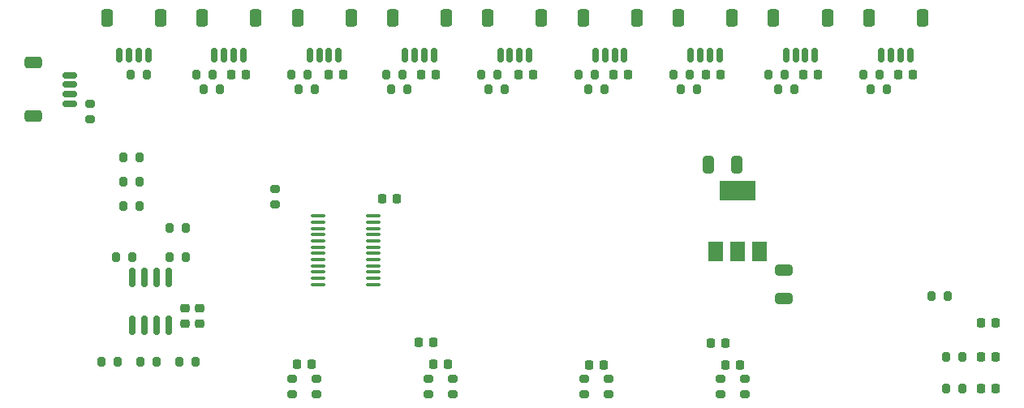
<source format=gtp>
G04 #@! TF.GenerationSoftware,KiCad,Pcbnew,(6.0.0)*
G04 #@! TF.CreationDate,2022-12-27T21:52:24-05:00*
G04 #@! TF.ProjectId,rp2040 rs485 scale breakout,72703230-3430-4207-9273-343835207363,rev?*
G04 #@! TF.SameCoordinates,Original*
G04 #@! TF.FileFunction,Paste,Top*
G04 #@! TF.FilePolarity,Positive*
%FSLAX46Y46*%
G04 Gerber Fmt 4.6, Leading zero omitted, Abs format (unit mm)*
G04 Created by KiCad (PCBNEW (6.0.0)) date 2022-12-27 21:52:24*
%MOMM*%
%LPD*%
G01*
G04 APERTURE LIST*
G04 Aperture macros list*
%AMRoundRect*
0 Rectangle with rounded corners*
0 $1 Rounding radius*
0 $2 $3 $4 $5 $6 $7 $8 $9 X,Y pos of 4 corners*
0 Add a 4 corners polygon primitive as box body*
4,1,4,$2,$3,$4,$5,$6,$7,$8,$9,$2,$3,0*
0 Add four circle primitives for the rounded corners*
1,1,$1+$1,$2,$3*
1,1,$1+$1,$4,$5*
1,1,$1+$1,$6,$7*
1,1,$1+$1,$8,$9*
0 Add four rect primitives between the rounded corners*
20,1,$1+$1,$2,$3,$4,$5,0*
20,1,$1+$1,$4,$5,$6,$7,0*
20,1,$1+$1,$6,$7,$8,$9,0*
20,1,$1+$1,$8,$9,$2,$3,0*%
G04 Aperture macros list end*
%ADD10R,3.800000X2.000000*%
%ADD11R,1.500000X2.000000*%
%ADD12RoundRect,0.200000X-0.200000X-0.275000X0.200000X-0.275000X0.200000X0.275000X-0.200000X0.275000X0*%
%ADD13RoundRect,0.218750X0.218750X0.256250X-0.218750X0.256250X-0.218750X-0.256250X0.218750X-0.256250X0*%
%ADD14RoundRect,0.250000X0.325000X0.650000X-0.325000X0.650000X-0.325000X-0.650000X0.325000X-0.650000X0*%
%ADD15RoundRect,0.250000X-0.650000X0.325000X-0.650000X-0.325000X0.650000X-0.325000X0.650000X0.325000X0*%
%ADD16RoundRect,0.200000X0.275000X-0.200000X0.275000X0.200000X-0.275000X0.200000X-0.275000X-0.200000X0*%
%ADD17RoundRect,0.200000X0.200000X0.275000X-0.200000X0.275000X-0.200000X-0.275000X0.200000X-0.275000X0*%
%ADD18RoundRect,0.150000X0.150000X0.625000X-0.150000X0.625000X-0.150000X-0.625000X0.150000X-0.625000X0*%
%ADD19RoundRect,0.250000X0.350000X0.650000X-0.350000X0.650000X-0.350000X-0.650000X0.350000X-0.650000X0*%
%ADD20RoundRect,0.225000X-0.225000X-0.250000X0.225000X-0.250000X0.225000X0.250000X-0.225000X0.250000X0*%
%ADD21RoundRect,0.225000X0.225000X0.250000X-0.225000X0.250000X-0.225000X-0.250000X0.225000X-0.250000X0*%
%ADD22RoundRect,0.150000X-0.150000X0.825000X-0.150000X-0.825000X0.150000X-0.825000X0.150000X0.825000X0*%
%ADD23RoundRect,0.225000X0.250000X-0.225000X0.250000X0.225000X-0.250000X0.225000X-0.250000X-0.225000X0*%
%ADD24RoundRect,0.100000X-0.637500X-0.100000X0.637500X-0.100000X0.637500X0.100000X-0.637500X0.100000X0*%
%ADD25RoundRect,0.200000X-0.275000X0.200000X-0.275000X-0.200000X0.275000X-0.200000X0.275000X0.200000X0*%
%ADD26RoundRect,0.150000X-0.625000X0.150000X-0.625000X-0.150000X0.625000X-0.150000X0.625000X0.150000X0*%
%ADD27RoundRect,0.250000X-0.650000X0.350000X-0.650000X-0.350000X0.650000X-0.350000X0.650000X0.350000X0*%
G04 APERTURE END LIST*
D10*
X212344000Y-110134000D03*
D11*
X212344000Y-116434000D03*
X214644000Y-116434000D03*
X210044000Y-116434000D03*
D12*
X232601000Y-121158000D03*
X234251000Y-121158000D03*
X234125000Y-127508000D03*
X235775000Y-127508000D03*
X234125000Y-130810000D03*
X235775000Y-130810000D03*
D13*
X239293500Y-123952000D03*
X237718500Y-123952000D03*
X239293500Y-127508000D03*
X237718500Y-127508000D03*
X239293500Y-130810000D03*
X237718500Y-130810000D03*
D14*
X212295000Y-107442000D03*
X209345000Y-107442000D03*
D15*
X217170000Y-118413000D03*
X217170000Y-121363000D03*
D16*
X213106000Y-131394000D03*
X213106000Y-129744000D03*
D12*
X148273000Y-106680000D03*
X149923000Y-106680000D03*
D16*
X210566000Y-131394000D03*
X210566000Y-129744000D03*
D17*
X147637000Y-128016000D03*
X145987000Y-128016000D03*
D16*
X198882000Y-131394000D03*
X198882000Y-129744000D03*
X196342000Y-131394000D03*
X196342000Y-129744000D03*
D18*
X170727500Y-95980000D03*
X169727500Y-95980000D03*
X168727500Y-95980000D03*
X167727500Y-95980000D03*
D19*
X172027500Y-92105000D03*
X166427500Y-92105000D03*
D20*
X189471000Y-98044000D03*
X191021000Y-98044000D03*
D12*
X185611000Y-98044000D03*
X187261000Y-98044000D03*
D20*
X169659000Y-98044000D03*
X171209000Y-98044000D03*
D12*
X156655000Y-99568000D03*
X158305000Y-99568000D03*
D21*
X211087000Y-125997000D03*
X209537000Y-125997000D03*
D16*
X182626000Y-131381000D03*
X182626000Y-129731000D03*
D18*
X190603000Y-95980000D03*
X189603000Y-95980000D03*
X188603000Y-95980000D03*
X187603000Y-95980000D03*
D19*
X186303000Y-92105000D03*
X191903000Y-92105000D03*
D21*
X167907000Y-128270000D03*
X166357000Y-128270000D03*
D12*
X166561000Y-99568000D03*
X168211000Y-99568000D03*
D22*
X153035000Y-119191000D03*
X151765000Y-119191000D03*
X150495000Y-119191000D03*
X149225000Y-119191000D03*
X149225000Y-124141000D03*
X150495000Y-124141000D03*
X151765000Y-124141000D03*
X153035000Y-124141000D03*
D20*
X229095000Y-98044000D03*
X230645000Y-98044000D03*
D17*
X151701000Y-128016000D03*
X150051000Y-128016000D03*
D23*
X154686000Y-123965000D03*
X154686000Y-122415000D03*
D18*
X230354000Y-95980000D03*
X229354000Y-95980000D03*
X228354000Y-95980000D03*
X227354000Y-95980000D03*
D19*
X226054000Y-92105000D03*
X231654000Y-92105000D03*
D12*
X206439000Y-99568000D03*
X208089000Y-99568000D03*
X165799000Y-98044000D03*
X167449000Y-98044000D03*
X196787000Y-99568000D03*
X198437000Y-99568000D03*
X195771000Y-98044000D03*
X197421000Y-98044000D03*
D20*
X159499000Y-98044000D03*
X161049000Y-98044000D03*
D24*
X168587500Y-112757000D03*
X168587500Y-113407000D03*
X168587500Y-114057000D03*
X168587500Y-114707000D03*
X168587500Y-115357000D03*
X168587500Y-116007000D03*
X168587500Y-116657000D03*
X168587500Y-117307000D03*
X168587500Y-117957000D03*
X168587500Y-118607000D03*
X168587500Y-119257000D03*
X168587500Y-119907000D03*
X174312500Y-119907000D03*
X174312500Y-119257000D03*
X174312500Y-118607000D03*
X174312500Y-117957000D03*
X174312500Y-117307000D03*
X174312500Y-116657000D03*
X174312500Y-116007000D03*
X174312500Y-115357000D03*
X174312500Y-114707000D03*
X174312500Y-114057000D03*
X174312500Y-113407000D03*
X174312500Y-112757000D03*
D16*
X168402000Y-131381000D03*
X168402000Y-129731000D03*
X144780000Y-102679000D03*
X144780000Y-101029000D03*
D12*
X148273000Y-109220000D03*
X149923000Y-109220000D03*
D16*
X180086000Y-131381000D03*
X180086000Y-129731000D03*
D12*
X226251000Y-99568000D03*
X227901000Y-99568000D03*
D18*
X200540750Y-95980000D03*
X199540750Y-95980000D03*
X198540750Y-95980000D03*
X197540750Y-95980000D03*
D19*
X201840750Y-92105000D03*
X196240750Y-92105000D03*
D20*
X175247000Y-110998000D03*
X176797000Y-110998000D03*
D12*
X205677000Y-98044000D03*
X207327000Y-98044000D03*
D18*
X220416250Y-95980000D03*
X219416250Y-95980000D03*
X218416250Y-95980000D03*
X217416250Y-95980000D03*
D19*
X216116250Y-92105000D03*
X221716250Y-92105000D03*
D17*
X155765000Y-128016000D03*
X154115000Y-128016000D03*
D21*
X212611000Y-128283000D03*
X211061000Y-128283000D03*
D12*
X148273000Y-111760000D03*
X149923000Y-111760000D03*
D17*
X154749000Y-117094000D03*
X153099000Y-117094000D03*
D23*
X156210000Y-123965000D03*
X156210000Y-122415000D03*
D25*
X164084000Y-109919000D03*
X164084000Y-111569000D03*
D12*
X175705000Y-98044000D03*
X177355000Y-98044000D03*
X216599000Y-99568000D03*
X218249000Y-99568000D03*
D20*
X199377000Y-98044000D03*
X200927000Y-98044000D03*
D12*
X215583000Y-98044000D03*
X217233000Y-98044000D03*
X186373000Y-99568000D03*
X188023000Y-99568000D03*
D16*
X165862000Y-131381000D03*
X165862000Y-129731000D03*
D18*
X160789750Y-95980000D03*
X159789750Y-95980000D03*
X158789750Y-95980000D03*
X157789750Y-95980000D03*
D19*
X156489750Y-92105000D03*
X162089750Y-92105000D03*
D18*
X210478500Y-95980000D03*
X209478500Y-95980000D03*
X208478500Y-95980000D03*
X207478500Y-95980000D03*
D19*
X211778500Y-92105000D03*
X206178500Y-92105000D03*
D20*
X179311000Y-98044000D03*
X180861000Y-98044000D03*
D17*
X150685000Y-98044000D03*
X149035000Y-98044000D03*
D18*
X150852000Y-95980000D03*
X149852000Y-95980000D03*
X148852000Y-95980000D03*
X147852000Y-95980000D03*
D19*
X146552000Y-92105000D03*
X152152000Y-92105000D03*
D21*
X182131000Y-128270000D03*
X180581000Y-128270000D03*
D17*
X154749000Y-114046000D03*
X153099000Y-114046000D03*
D20*
X209029000Y-98044000D03*
X210579000Y-98044000D03*
D18*
X180665250Y-95980000D03*
X179665250Y-95980000D03*
X178665250Y-95980000D03*
X177665250Y-95980000D03*
D19*
X176365250Y-92105000D03*
X181965250Y-92105000D03*
D26*
X142716000Y-98068000D03*
X142716000Y-99068000D03*
X142716000Y-100068000D03*
X142716000Y-101068000D03*
D27*
X138841000Y-96768000D03*
X138841000Y-102368000D03*
D12*
X225489000Y-98044000D03*
X227139000Y-98044000D03*
X147511000Y-117094000D03*
X149161000Y-117094000D03*
X176213000Y-99568000D03*
X177863000Y-99568000D03*
D20*
X219189000Y-98044000D03*
X220739000Y-98044000D03*
D12*
X155893000Y-98044000D03*
X157543000Y-98044000D03*
D21*
X180607000Y-125984000D03*
X179057000Y-125984000D03*
X198387000Y-128283000D03*
X196837000Y-128283000D03*
M02*

</source>
